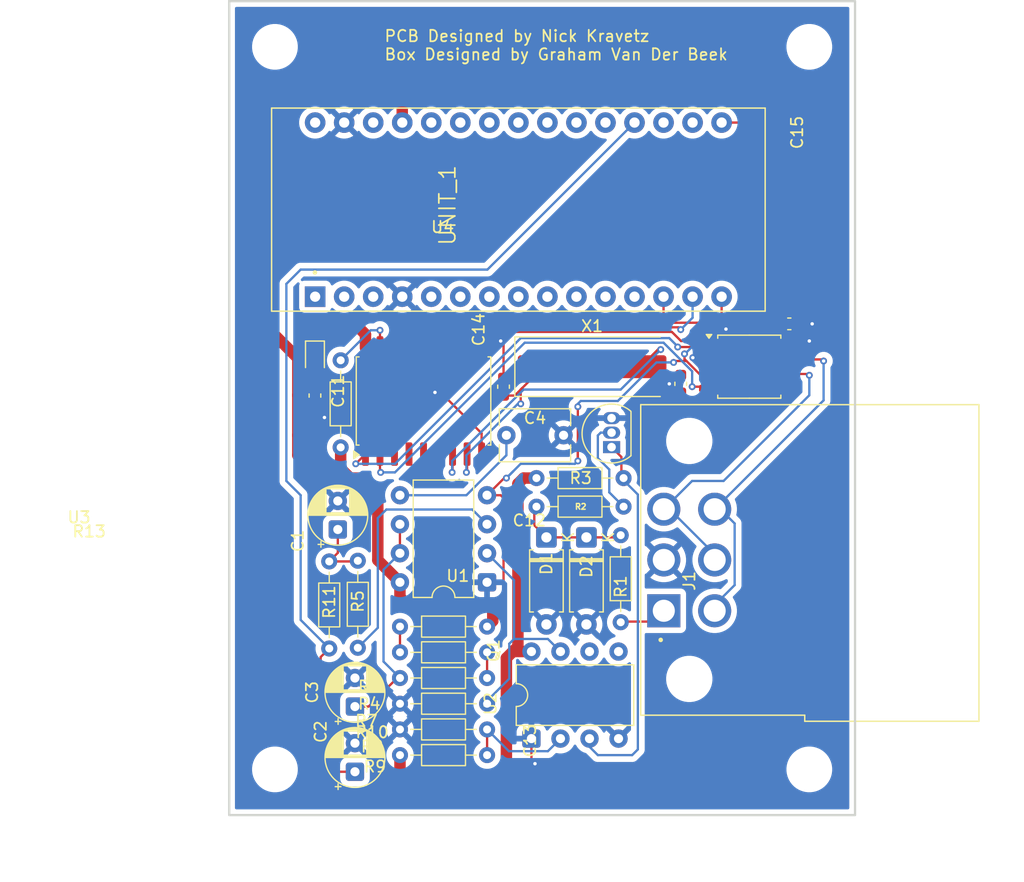
<source format=kicad_pcb>
(kicad_pcb (version 20241229) (generator "pcbnew") (generator_version "9.0")
  (layers (0 "F.Cu" signal) (2 "B.Cu" signal) (13 "F.Paste" user) (15 "B.Paste" user) (5 "F.SilkS" user "F.Silkscreen") (7 "B.SilkS" user "B.Silkscreen") (1 "F.Mask" user) (3 "B.Mask" user) (25 "Edge.Cuts" user))
  (net 0 "")
  (net 1 "GND")
  (net 2 "Net-(C1-Pad1)")
  (net 3 "arduino input")
  (net 4 "Net-(U1-DIS)")
  (net 5 "Net-(U1-CV)")
  (net 6 "Net-(D1-K)")
  (net 7 "Possitive")
  (net 8 "Comparator input")
  (net 9 "Net-(Q1-B)")
  (net 10 "Net-(R4-Pad1)")
  (net 11 "Net-(R4-Pad2)")
  (net 12 "555 output")
  (net 13 "+5v")
  (net 14 "555 input")
  (net 16 "Net-(U2-+)")
  (net 18 "CS")
  (net 19 "SCK")
  (net 20 "High")
  (net 21 "INT")
  (net 22 "Low")
  (net 23 "SO")
  (net 24 "SI")
  (net 25 "+5V")
  (net 29 "SDA")
  (net 35 "+3V")
  (net 46 "SCL")
  (net 47 "Net-(U3-OSC2)")
  (net 48 "Net-(U3-OSC1)")
  (net 49 "Net-(U3-~{RESET})")
  (net 52 "Net-(U3-RXCAN)")
  (net 55 "Net-(U3-TXCAN)")
  (footprint "0_Baja_2025:SHIELD_ARDUINO_NANO" (layer "F.Cu") (at 116.5475 81.5 90)
    (property "Reference" "UNIT_1" (at 0.38 -6.2 90) (layer "F.SilkS") (effects (font (size 1.4 1.4))))
    (property "Value" "ARDUINO_NANO")
    (pad "1" thru_hole rect (at -7.62 -17.78 90) (size 1.8 1.8) (drill 0.9) (layers "*.Cu" "*.Mask"))
    (pad "2" thru_hole circle (at -7.62 -15.24 90) (size 1.8 1.8) (drill 0.9) (layers "*.Cu" "*.Mask"))
    (pad "3" thru_hole circle (at -7.62 -12.7 90) (size 1.8 1.8) (drill 0.9) (layers "*.Cu" "*.Mask"))
    (pad "4" thru_hole circle (at -7.62 -10.16 90) (size 1.8 1.8) (drill 0.9) (layers "*.Cu" "*.Mask") (net 1 "GND"))
    (pad "5" thru_hole circle (at -7.62 -7.62 90) (size 1.8 1.8) (drill 0.9) (layers "*.Cu" "*.Mask"))
    (pad "6" thru_hole circle (at -7.62 -5.08 90) (size 1.8 1.8) (drill 0.9) (layers "*.Cu" "*.Mask"))
    (pad "7" thru_hole circle (at -7.62 -2.54 90) (size 1.8 1.8) (drill 0.9) (layers "*.Cu" "*.Mask"))
    (pad "8" thru_hole circle (at -7.62 0 90) (size 1.8 1.8) (drill 0.9) (layers "*.Cu" "*.Mask"))
    (pad "9" thru_hole circle (at -7.62 2.54 90) (size 1.8 1.8) (drill 0.9) (layers "*.Cu" "*.Mask"))
    (pad "10" thru_hole circle (at -7.62 5.08 90) (size 1.8 1.8) (drill 0.9) (layers "*.Cu" "*.Mask"))
    (pad "11" thru_hole circle (at -7.62 7.62 90) (size 1.8 1.8) (drill 0.9) (layers "*.Cu" "*.Mask"))
    (pad "12" thru_hole circle (at -7.62 10.16 90) (size 1.8 1.8) (drill 0.9) (layers "*.Cu" "*.Mask") (net 21 "INT"))
    (pad "13" thru_hole circle (at -7.62 12.7 90) (size 1.8 1.8) (drill 0.9) (layers "*.Cu" "*.Mask") (net 18 "CS"))
    (pad "14" thru_hole circle (at -7.62 15.24 90) (size 1.8 1.8) (drill 0.9) (layers "*.Cu" "*.Mask") (net 24 "SI"))
    (pad "15" thru_hole circle (at -7.62 17.78 90) (size 1.8 1.8) (drill 0.9) (layers "*.Cu" "*.Mask") (net 23 "SO"))
    (pad "16" thru_hole circle (at 7.62 17.78 90) (size 1.8 1.8) (drill 0.9) (layers "*.Cu" "*.Mask") (net 19 "SCK"))
    (pad "17" thru_hole circle (at 7.62 15.24 90) (size 1.8 1.8) (drill 0.9) (layers "*.Cu" "*.Mask") (net 35 "+3V"))
    (pad "18" thru_hole circle (at 7.62 12.7 90) (size 1.8 1.8) (drill 0.9) (layers "*.Cu" "*.Mask"))
    (pad "19" thru_hole circle (at 7.62 10.16 90) (size 1.8 1.8) (drill 0.9) (layers "*.Cu" "*.Mask") (net 3 "arduino input"))
    (pad "20" thru_hole circle (at 7.62 7.62 90) (size 1.8 1.8) (drill 0.9) (layers "*.Cu" "*.Mask"))
    (pad "21" thru_hole circle (at 7.62 5.08 90) (size 1.8 1.8) (drill 0.9) (layers "*.Cu" "*.Mask"))
    (pad "22" thru_hole circle (at 7.62 2.54 90) (size 1.8 1.8) (drill 0.9) (layers "*.Cu" "*.Mask"))
    (pad "23" thru_hole circle (at 7.62 0 90) (size 1.8 1.8) (drill 0.9) (layers "*.Cu" "*.Mask") (net 29 "SDA"))
    (pad "24" thru_hole circle (at 7.62 -2.54 90) (size 1.8 1.8) (drill 0.9) (layers "*.Cu" "*.Mask") (net 46 "SCL"))
    (pad "25" thru_hole circle (at 7.62 -5.08 90) (size 1.8 1.8) (drill 0.9) (layers "*.Cu" "*.Mask"))
    (pad "26" thru_hole circle (at 7.62 -7.62 90) (size 1.8 1.8) (drill 0.9) (layers "*.Cu" "*.Mask"))
    (pad "27" thru_hole circle (at 7.62 -10.16 90) (size 1.8 1.8) (drill 0.9) (layers "*.Cu" "*.Mask") (net 25 "+5V"))
    (pad "28" thru_hole circle (at 7.62 -12.7 90) (size 1.8 1.8) (drill 0.9) (layers "*.Cu" "*.Mask"))
    (pad "29" thru_hole circle (at 7.62 -15.24 90) (size 1.8 1.8) (drill 0.9) (layers "*.Cu" "*.Mask") (net 1 "GND"))
    (pad "30" thru_hole circle (at 7.62 -17.78 90) (size 1.8 1.8) (drill 0.9) (layers "*.Cu" "*.Mask"))
  )
  (footprint "Resistor_THT:R_Axial_DIN0204_L3.6mm_D1.6mm_P7.62mm_Horizontal" (layer "F.Cu") (at 106.19 129.25)
    (property "Reference" "R9" (at -2.19 1 0) (layer "F.SilkS"))
    (property "Value" "430")
    (pad "1" thru_hole circle (at 0 0) (size 1.4 1.4) (drill 0.7) (layers "*.Cu" "*.Mask") (net 13 "+5v"))
    (pad "2" thru_hole circle (at 7.62 0) (size 1.4 1.4) (drill 0.7) (layers "*.Cu" "*.Mask") (net 16 "Net-(U2-+)"))
  )
  (footprint "Package_SO:SOIC-18W_7.5x11.6mm_P1.27mm" (layer "F.Cu") (at 108.25 98.25 90)
    (property "Reference" "U3" (at -10.185 -30.135 0) (layer "F.SilkS"))
    (property "Value" "MCP2515-I")
    (pad "1" smd roundrect (at -4.65 -5.08 90) (size 2.05 0.6) (layers "F.Cu" "F.Mask" "F.Paste") (net 55 "Net-(U3-TXCAN)"))
    (pad "2" smd roundrect (at -4.65 -3.81 90) (size 2.05 0.6) (layers "F.Cu" "F.Mask" "F.Paste") (net 52 "Net-(U3-RXCAN)"))
    (pad "3" smd roundrect (at -4.65 -2.54 90) (size 2.05 0.6) (layers "F.Cu" "F.Mask" "F.Paste"))
    (pad "4" smd roundrect (at -4.65 -1.27 90) (size 2.05 0.6) (layers "F.Cu" "F.Mask" "F.Paste"))
    (pad "5" smd roundrect (at -4.65 0 90) (size 2.05 0.6) (layers "F.Cu" "F.Mask" "F.Paste"))
    (pad "6" smd roundrect (at -4.65 1.27 90) (size 2.05 0.6) (layers "F.Cu" "F.Mask" "F.Paste"))
    (pad "7" smd roundrect (at -4.65 2.54 90) (size 2.05 0.6) (layers "F.Cu" "F.Mask" "F.Paste") (net 47 "Net-(U3-OSC2)"))
    (pad "8" smd roundrect (at -4.65 3.81 90) (size 2.05 0.6) (layers "F.Cu" "F.Mask" "F.Paste") (net 48 "Net-(U3-OSC1)"))
    (pad "9" smd roundrect (at -4.65 5.08 90) (size 2.05 0.6) (layers "F.Cu" "F.Mask" "F.Paste") (net 1 "GND"))
    (pad "10" smd roundrect (at 4.65 5.08 90) (size 2.05 0.6) (layers "F.Cu" "F.Mask" "F.Paste"))
    (pad "11" smd roundrect (at 4.65 3.81 90) (size 2.05 0.6) (layers "F.Cu" "F.Mask" "F.Paste"))
    (pad "12" smd roundrect (at 4.65 2.54 90) (size 2.05 0.6) (layers "F.Cu" "F.Mask" "F.Paste"))
    (pad "13" smd roundrect (at 4.65 1.27 90) (size 2.05 0.6) (layers "F.Cu" "F.Mask" "F.Paste") (net 19 "SCK"))
    (pad "14" smd roundrect (at 4.65 0 90) (size 2.05 0.6) (layers "F.Cu" "F.Mask" "F.Paste") (net 24 "SI"))
    (pad "15" smd roundrect (at 4.65 -1.27 90) (size 2.05 0.6) (layers "F.Cu" "F.Mask" "F.Paste") (net 23 "SO"))
    (pad "16" smd roundrect (at 4.65 -2.54 90) (size 2.05 0.6) (layers "F.Cu" "F.Mask" "F.Paste") (net 18 "CS"))
    (pad "17" smd roundrect (at 4.65 -3.81 90) (size 2.05 0.6) (layers "F.Cu" "F.Mask" "F.Paste") (net 49 "Net-(U3-~{RESET})"))
    (pad "18" smd roundrect (at 4.65 -5.08 90) (size 2.05 0.6) (layers "F.Cu" "F.Mask" "F.Paste") (net 25 "+5V"))
  )
  (footprint "MountingHole:MountingHole_3.5mm" (layer "F.Cu") (at 142 130.5)
    (property "Reference" "REF**" (hide yes))
    (property "Value" "MountingHole_3.5mm")
    (pad "" np_thru_hole circle (at 0 0) (size 3.5 3.5) (drill 3.5) (layers "*.Cu" "*.Mask"))
  )
  (footprint "Resistor_THT:R_Axial_DIN0204_L3.6mm_D1.6mm_P7.62mm_Horizontal" (layer "F.Cu") (at 106.19 122.5)
    (property "Reference" "R7" (at -2.94 3.75 0) (layer "F.SilkS"))
    (property "Value" "2k")
    (pad "1" thru_hole circle (at 0 0) (size 1.4 1.4) (drill 0.7) (layers "*.Cu" "*.Mask") (net 4 "Net-(U1-DIS)"))
    (pad "2" thru_hole circle (at 7.62 0) (size 1.4 1.4) (drill 0.7) (layers "*.Cu" "*.Mask") (net 10 "Net-(R4-Pad1)"))
  )
  (footprint "Resistor_THT:R_Axial_DIN0204_L3.6mm_D1.6mm_P7.62mm_Horizontal" (layer "F.Cu") (at 118.13 107.5)
    (property "Reference" "R2" (at 3.87 0 0) (layer "F.SilkS") (effects (font (size 0.5 0.5) (thickness 0.125))))
    (property "Value" "470")
    (pad "1" thru_hole circle (at 0 0) (size 1.4 1.4) (drill 0.7) (layers "*.Cu" "*.Mask") (net 6 "Net-(D1-K)"))
    (pad "2" thru_hole circle (at 7.62 0) (size 1.4 1.4) (drill 0.7) (layers "*.Cu" "*.Mask") (net 9 "Net-(Q1-B)"))
  )
  (footprint "Capacitor_THT:CP_Radial_D5.0mm_P2.50mm" (layer "F.Cu") (at 102.25 125 90)
    (property "Reference" "C3" (at 1.25 -3.75 90) (layer "F.SilkS"))
    (property "Value" "10u")
    (pad "1" thru_hole roundrect (at 0 0 90) (size 1.6 1.6) (drill 0.8) (layers "*.Cu" "*.Mask") (roundrect_rratio 0.15625) (net 4 "Net-(U1-DIS)"))
    (pad "2" thru_hole circle (at 2.5 0 90) (size 1.6 1.6) (drill 0.8) (layers "*.Cu" "*.Mask") (net 1 "GND"))
  )
  (footprint "Package_DIP:DIP-8_W7.62mm" (layer "F.Cu") (at 113.805 114.12 180)
    (property "Reference" "U1" (at 2.555 0.56 0) (layer "F.SilkS"))
    (property "Value" "NE555P")
    (pad "1" thru_hole roundrect (at 0 0 180) (size 1.6 1.6) (drill 0.8) (layers "*.Cu" "*.Mask") (roundrect_rratio 0.15625) (net 1 "GND"))
    (pad "2" thru_hole circle (at 0 2.54 180) (size 1.6 1.6) (drill 0.8) (layers "*.Cu" "*.Mask") (net 14 "555 input"))
    (pad "3" thru_hole circle (at 0 5.08 180) (size 1.6 1.6) (drill 0.8) (layers "*.Cu" "*.Mask") (net 12 "555 output"))
    (pad "4" thru_hole circle (at 0 7.62 180) (size 1.6 1.6) (drill 0.8) (layers "*.Cu" "*.Mask") (net 25 "+5V"))
    (pad "5" thru_hole circle (at 7.62 7.62 180) (size 1.6 1.6) (drill 0.8) (layers "*.Cu" "*.Mask") (net 5 "Net-(U1-CV)"))
    (pad "6" thru_hole circle (at 7.62 5.08 180) (size 1.6 1.6) (drill 0.8) (layers "*.Cu" "*.Mask") (net 4 "Net-(U1-DIS)"))
    (pad "7" thru_hole circle (at 7.62 2.54 180) (size 1.6 1.6) (drill 0.8) (layers "*.Cu" "*.Mask") (net 4 "Net-(U1-DIS)"))
    (pad "8" thru_hole circle (at 7.62 0 180) (size 1.6 1.6) (drill 0.8) (layers "*.Cu" "*.Mask") (net 25 "+5V"))
  )
  (footprint "Capacitor_SMD:C_0603_1608Metric" (layer "F.Cu") (at 98.75 97.775 90)
    (property "Reference" "C12" (at -10.93 18.75 180) (layer "F.SilkS"))
    (property "Value" "100nF")
    (pad "1" smd roundrect (at -0.775 0 90) (size 0.9 0.95) (layers "F.Cu" "F.Mask" "F.Paste") (net 1 "GND"))
    (pad "2" smd roundrect (at 0.775 0 90) (size 0.9 0.95) (layers "F.Cu" "F.Mask" "F.Paste") (net 25 "+5V"))
  )
  (footprint "MountingHole:MountingHole_3.5mm" (layer "F.Cu") (at 142 67.25)
    (property "Reference" "REF**" (hide yes))
    (property "Value" "MountingHole_3.5mm")
    (pad "" np_thru_hole circle (at 0 0) (size 3.5 3.5) (drill 3.5) (layers "*.Cu" "*.Mask"))
  )
  (footprint "Package_TO_SOT_THT:TO-92L_Inline" (layer "F.Cu") (at 124.7 102.29 90)
    (property "Reference" "Q1" (at -17.81 -10.31 90) (layer "F.SilkS"))
    (property "Value" "NPN")
    (pad "1" thru_hole rect (at 0 0 90) (size 1.05 1.5) (drill 0.75) (layers "*.Cu" "*.Mask") (net 8 "Comparator input"))
    (pad "2" thru_hole oval (at 1.27 0 90) (size 1.05 1.5) (drill 0.75) (layers "*.Cu" "*.Mask") (net 9 "Net-(Q1-B)"))
    (pad "3" thru_hole oval (at 2.54 0 90) (size 1.05 1.5) (drill 0.75) (layers "*.Cu" "*.Mask") (net 1 "GND"))
  )
  (footprint "Crystal:Crystal_SMD_HC49-SD" (layer "F.Cu") (at 123 95.25)
    (property "Reference" "X1" (at 0 -3.55 0) (layer "F.SilkS"))
    (property "Value" "8MHz")
    (pad "1" smd roundrect (at -4.25 0) (size 4.5 2) (layers "F.Cu" "F.Mask" "F.Paste") (roundrect_rratio 0.125) (net 48 "Net-(U3-OSC1)"))
    (pad "2" smd roundrect (at 4.25 0) (size 4.5 2) (layers "F.Cu" "F.Mask" "F.Paste") (roundrect_rratio 0.125) (net 47 "Net-(U3-OSC2)"))
  )
  (footprint "Diode_THT:D_A-405_P7.62mm_Horizontal" (layer "F.Cu") (at 119 110.19 -90)
    (property "Reference" "D1" (at 2.31 0 90) (layer "F.SilkS"))
    (property "Value" "~")
    (fp_text user "K" (at 0 -1.9 90) (layer "F.SilkS"))
    (pad "1" thru_hole roundrect (at 0 0 270) (size 1.8 1.8) (drill 0.9) (layers "*.Cu" "*.Mask") (roundrect_rratio 0.138889) (net 6 "Net-(D1-K)"))
    (pad "2" thru_hole circle (at 7.62 0 270) (size 1.8 1.8) (drill 0.9) (layers "*.Cu" "*.Mask") (net 1 "GND"))
  )
  (footprint "Resistor_THT:R_Axial_DIN0204_L3.6mm_D1.6mm_P7.62mm_Horizontal" (layer "F.Cu") (at 113.81 124.75 180)
    (property "Reference" "R10" (at 10.06 -2.5 180) (layer "F.SilkS"))
    (property "Value" "10k")
    (pad "1" thru_hole circle (at 0 0 180) (size 1.4 1.4) (drill 0.7) (layers "*.Cu" "*.Mask") (net 14 "555 input"))
    (pad "2" thru_hole circle (at 7.62 0 180) (size 1.4 1.4) (drill 0.7) (layers "*.Cu" "*.Mask") (net 1 "GND"))
  )
  (footprint "Resistor_THT:R_Axial_DIN0204_L3.6mm_D1.6mm_P7.62mm_Horizontal" (layer "F.Cu") (at 100 112.294887 -90)
    (property "Reference" "R11" (at 3.56 0 90) (layer "F.SilkS"))
    (property "Value" "10k")
    (pad "1" thru_hole circle (at 0 0 270) (size 1.4 1.4) (drill 0.7) (layers "*.Cu" "*.Mask") (net 2 "Net-(C1-Pad1)"))
    (pad "2" thru_hole circle (at 7.62 0 270) (size 1.4 1.4) (drill 0.7) (layers "*.Cu" "*.Mask") (net 3 "arduino input"))
  )
  (footprint "Resistor_THT:R_Axial_DIN0204_L3.6mm_D1.6mm_P7.62mm_Horizontal" (layer "F.Cu") (at 101 102.31 90)
    (property "Reference" "R13" (at -7.36 -22 180) (layer "F.SilkS"))
    (property "Value" "10k")
    (pad "1" thru_hole circle (at 0 0 90) (size 1.4 1.4) (drill 0.7) (layers "*.Cu" "*.Mask") (net 25 "+5V"))
    (pad "2" thru_hole circle (at 7.62 0 90) (size 1.4 1.4) (drill 0.7) (layers "*.Cu" "*.Mask") (net 49 "Net-(U3-~{RESET})"))
  )
  (footprint "Capacitor_Tantalum_SMD:CP_EIA-1608-08_AVX-J" (layer "F.Cu") (at 98.75 94.525 -90)
    (property "Reference" "C11" (at 2.87 -2.025 90) (layer "F.SilkS"))
    (property "Value" "10uF/16V")
    (pad "1" smd roundrect (at -0.715 0 270) (size 1.09 1.13) (layers "F.Cu" "F.Mask" "F.Paste") (roundrect_rratio 0.229358) (net 25 "+5V"))
    (pad "2" smd roundrect (at 0.715 0 270) (size 1.09 1.13) (layers "F.Cu" "F.Mask" "F.Paste") (roundrect_rratio 0.229358) (net 1 "GND"))
  )
  (footprint "Resistor_THT:R_Axial_DIN0204_L3.6mm_D1.6mm_P7.62mm_Horizontal" (layer "F.Cu") (at 106.19 118)
    (property "Reference" "R6" (at -2.69 5.25 0) (layer "F.SilkS"))
    (property "Value" "430")
    (pad "1" thru_hole circle (at 0 0) (size 1.4 1.4) (drill 0.7) (layers "*.Cu" "*.Mask") (net 11 "Net-(R4-Pad2)"))
    (pad "2" thru_hole circle (at 7.62 0) (size 1.4 1.4) (drill 0.7) (layers "*.Cu" "*.Mask") (net 25 "+5V"))
  )
  (footprint "0_Baja_2025:TE_DTF13-6P" (layer "F.Cu") (at 131.5 112.165 90)
    (property "Reference" "J1" (at -1.835 0 90) (layer "F.SilkS"))
    (property "Value" "DTF13-6P")
    (pad "" np_thru_hole circle (at -10.415 0 90) (size 3.55 3.55) (drill 3.55) (layers "*.Cu" "*.Mask"))
    (pad "" np_thru_hole circle (at 10.415 0 90) (size 3.55 3.55) (drill 3.55) (layers "*.Cu" "*.Mask"))
    (pad "1" thru_hole rect (at -4.45 -2.23 90) (size 2.895 2.895) (drill 1.93) (layers "*.Cu" "*.Mask") (net 7 "Possitive"))
    (pad "2" thru_hole circle (at 0 -2.23 90) (size 2.895 2.895) (drill 1.93) (layers "*.Cu" "*.Mask") (net 1 "GND"))
    (pad "3" thru_hole circle (at 4.44 -2.23 90) (size 2.895 2.895) (drill 1.93) (layers "*.Cu" "*.Mask") (net 22 "Low"))
    (pad "4" thru_hole circle (at 4.44 2.22 90) (size 2.895 2.895) (drill 1.93) (layers "*.Cu" "*.Mask") (net 20 "High"))
    (pad "5" thru_hole circle (at 0 2.22 90) (size 2.895 2.895) (drill 1.93) (layers "*.Cu" "*.Mask") (net 22 "Low"))
    (pad "6" thru_hole circle (at -4.45 2.22 90) (size 2.895 2.895) (drill 1.93) (layers "*.Cu" "*.Mask") (net 20 "High"))
  )
  (footprint "MountingHole:MountingHole_3.5mm" (layer "F.Cu") (at 95.25 130.5)
    (property "Reference" "REF**" (hide yes))
    (property "Value" "MountingHole_3.5mm")
    (pad "" np_thru_hole circle (at 0 0) (size 3.5 3.5) (drill 3.5) (layers "*.Cu" "*.Mask"))
  )
  (footprint "Package_DIP:DIP-8_W7.62mm" (layer "F.Cu") (at 117.69 127.805 90)
    (property "Reference" "U2" (at 3.06 -3.58 90) (layer "F.SilkS"))
    (property "Value" "LM311")
    (pad "1" thru_hole roundrect (at 0 0 90) (size 1.6 1.6) (drill 0.8) (layers "*.Cu" "*.Mask") (roundrect_rratio 0.15625) (net 1 "GND"))
    (pad "2" thru_hole circle (at 0 2.54 90) (size 1.6 1.6) (drill 0.8) (layers "*.Cu" "*.Mask") (net 16 "Net-(U2-+)"))
    (pad "3" thru_hole circle (at 0 5.08 90) (size 1.6 1.6) (drill 0.8) (layers "*.Cu" "*.Mask") (net 8 "Comparator input"))
    (pad "4" thru_hole circle (at 0 7.62 90) (size 1.6 1.6) (drill 0.8) (layers "*.Cu" "*.Mask") (net 1 "GND"))
    (pad "5" thru_hole circle (at 7.62 7.62 90) (size 1.6 1.6) (drill 0.8) (layers "*.Cu" "*.Mask"))
    (pad "6" thru_hole circle (at 7.62 5.08 90) (size 1.6 1.6) (drill 0.8) (layers "*.Cu" "*.Mask"))
    (pad "7" thru_hole circle (at 7.62 2.54 90) (size 1.6 1.6) (drill 0.8) (layers "*.Cu" "*.Mask") (net 14 "555 input"))
    (pad "8" thru_hole circle (at 7.62 0 90) (size 1.6 1.6) (drill 0.8) (layers "*.Cu" "*.Mask") (net 13 "+5v"))
  )
  (footprint "Capacitor_THT:CP_Radial_D5.0mm_P2.50mm" (layer "F.Cu") (at 102.25 130.705113 90)
    (property "Reference" "C2" (at 3.5 -3 90) (layer "F.SilkS"))
    (property "Value" "10u")
    (pad "1" thru_hole roundrect (at 0 0 90) (size 1.6 1.6) (drill 0.8) (layers "*.Cu" "*.Mask") (roundrect_rratio 0.15625) (net 3 "arduino input"))
    (pad "2" thru_hole circle (at 2.5 0 90) (size 1.6 1.6) (drill 0.8) (layers "*.Cu" "*.Mask") (net 1 "GND"))
  )
  (footprint "Resistor_THT:R_Axial_DIN0204_L3.6mm_D1.6mm_P7.62mm_Horizontal" (layer "F.Cu") (at 113.81 120.25 180)
    (property "Reference" "R4" (at 10.31 -4.5 0) (layer "F.SilkS"))
    (property "Value" "430")
    (pad "1" thru_hole circle (at 0 0 180) (size 1.4 1.4) (drill 0.7) (layers "*.Cu" "*.Mask") (net 10 "Net-(R4-Pad1)"))
    (pad "2" thru_hole circle (at 7.62 0 180) (size 1.4 1.4) (drill 0.7) (layers "*.Cu" "*.Mask") (net 11 "Net-(R4-Pad2)"))
  )
  (footprint "Resistor_THT:R_Axial_DIN0204_L3.6mm_D1.6mm_P7.62mm_Horizontal" (layer "F.Cu") (at 102.5 119.854887 90)
    (property "Reference" "R5" (at 4.06 0 90) (layer "F.SilkS"))
    (property "Value" "10k")
    (pad "1" thru_hole circle (at 0 0 90) (size 1.4 1.4) (drill 0.7) (layers "*.Cu" "*.Mask") (net 12 "555 output"))
    (pad "2" thru_hole circle (at 7.62 0 90) (size 1.4 1.4) (drill 0.7) (layers "*.Cu" "*.Mask") (net 2 "Net-(C1-Pad1)"))
  )
  (footprint "Resistor_THT:R_Axial_DIN0204_L3.6mm_D1.6mm_P7.62mm_Horizontal" (layer "F.Cu") (at 125.5 117.62 90)
    (property "Reference" "R1" (at 3.12 0 90) (layer "F.SilkS"))
    (property "Value" "10")
    (pad "1" thru_hole circle (at 0 0 90) (size 1.4 1.4) (drill 0.7) (layers "*.Cu" "*.Mask") (net 7 "Possitive"))
    (pad "2" thru_hole circle (at 7.62 0 90) (size 1.4 1.4) (drill 0.7) (layers "*.Cu" "*.Mask") (net 6 "Net-(D1-K)"))
  )
  (footprint "Capacitor_SMD:C_0603_1608Metric" (layer "F.Cu") (at 115.25 97 90)
    (property "Reference" "C14" (at 5 -2.18 90) (layer "F.SilkS"))
    (property "Value" "22pF")
    (pad "1" smd roundrect (at -0.775 0 90) (size 0.9 0.95) (layers "F.Cu" "F.Mask" "F.Paste") (net 48 "Net-(U3-OSC1)"))
    (pad "2" smd roundrect (at 0.775 0 90) (size 0.9 0.95) (layers "F.Cu" "F.Mask" "F.Paste") (net 1 "GND"))
  )
  (footprint "Capacitor_SMD:C_0603_1608Metric" (layer "F.Cu") (at 130.75 96.75 90)
    (property "Reference" "C13" (at -31.25 -13.18 90) (layer "F.SilkS"))
    (property "Value" "22pF")
    (pad "1" smd roundrect (at -0.775 0 90) (size 0.9 0.95) (layers "F.Cu" "F.Mask" "F.Paste") (net 47 "Net-(U3-OSC2)"))
    (pad "2" smd roundrect (at 0.775 0 90) (size 0.9 0.95) (layers "F.Cu" "F.Mask" "F.Paste") (net 1 "GND"))
  )
  (footprint "Resistor_THT:R_Axial_DIN0204_L3.6mm_D1.6mm_P7.62mm_Horizontal" (layer "F.Cu") (at 118.13 105)
    (property "Reference" "R3" (at 3.87 0 0) (layer "F.SilkS"))
    (property "Value" "1k")
    (pad "1" thru_hole circle (at 0 0) (size 1.4 1.4) (drill 0.7) (layers "*.Cu" "*.Mask") (net 13 "+5v"))
    (pad "2" thru_hole circle (at 7.62 0) (size 1.4 1.4) (drill 0.7) (layers "*.Cu" "*.Mask") (net 8 "Comparator input"))
  )
  (footprint "Diode_THT:D_A-405_P7.62mm_Horizontal" (layer "F.Cu") (at 122.5 110.19 -90)
    (property "Reference" "D2" (at 2.56 0 90) (layer "F.SilkS"))
    (property "Value" "D")
    (fp_text user "K" (at 0 -1.9 90) (layer "F.SilkS"))
    (pad "1" thru_hole roundrect (at 0 0 270) (size 1.8 1.8) (drill 0.9) (layers "*.Cu" "*.Mask") (roundrect_rratio 0.138889) (net 6 "Net-(D1-K)"))
    (pad "2" thru_hole circle (at 7.62 0 270) (size 1.8 1.8) (drill 0.9) (layers "*.Cu" "*.Mask") (net 1 "GND"))
  )
  (footprint "Capacitor_THT:C_Disc_D6.0mm_W4.4mm_P5.00mm" (layer "F.Cu") (at 115.5 101.25)
    (property "Reference" "C4" (at 2.5 -1.5 0) (layer "F.SilkS"))
    (property "Value" "C")
    (pad "1" thru_hole circle (at 0 0) (size 1.6 1.6) (drill 0.8) (layers "*.Cu" "*.Mask") (net 5 "Net-(U1-CV)"))
    (pad "2" thru_hole circle (at 5 0) (size 1.6 1.6) (drill 0.8) (layers "*.Cu" "*.Mask") (net 1 "GND"))
  )
  (footprint "Package_SO:SOIC-8_5.3x5.3mm_P1.27mm" (layer "F.Cu") (at 136.75 95.25)
    (property "Reference" "U4" (at -26.83 -12.225 0) (layer "F.SilkS"))
    (property "Value" "TJA1050DRG")
    (pad "1" smd roundrect (at -3.5875 -1.905) (size 1.625 0.65) (layers "F.Cu" "F.Mask" "F.Paste") (net 55 "Net-(U3-TXCAN)"))
    (pad "2" smd roundrect (at -3.5875 -0.635) (size 1.625 0.65) (layers "F.Cu" "F.Mask" "F.Paste") (net 1 "GND"))
    (pad "3" smd roundrect (at -3.5875 0.635) (size 1.625 0.65) (layers "F.Cu" "F.Mask" "F.Paste") (net 25 "+5V"))
    (pad "4" smd roundrect (at -3.5875 1.905) (size 1.625 0.65) (layers "F.Cu" "F.Mask" "F.Paste") (net 52 "Net-(U3-RXCAN)"))
    (pad "5" smd roundrect (at 3.5875 1.905) (size 1.625 0.65) (layers "F.Cu" "F.Mask" "F.Paste"))
    (pad "6" smd roundrect (at 3.5875 0.635) (size 1.625 0.65) (layers "F.Cu" "F.Mask" "F.Paste") (net 22 "Low"))
    (pad "7" smd roundrect (at 3.5875 -0.635) (size 1.625 0.65) (layers "F.Cu" "F.Mask" "F.Paste") (net 20 "High"))
    (pad "8" smd roundrect (at 3.5875 -1.905) (size 1.625 0.65) (layers "F.Cu" "F.Mask" "F.Paste") (net 1 "GND"))
  )
  (footprint "Capacitor_SMD:C_0603_1608Metric" (layer "F.Cu") (at 140.25 91.5 180)
    (property "Reference" "C15" (at -0.68 16.75 90) (layer "F.SilkS"))
    (property "Value" "100nF")
    (pad "1" smd roundrect (at -0.775 0 180) (size 0.9 0.95) (layers "F.Cu" "F.Mask" "F.Paste") (net 1 "GND"))
    (pad "2" smd roundrect (at 0.775 0 180) (size 0.9 0.95) (layers "F.Cu" "F.Mask" "F.Paste") (net 25 "+5V"))
  )
  (footprint "Capacitor_THT:CP_Radial_D5.0mm_P2.50mm" (layer "F.Cu") (at 100.75 109.5 90)
    (property "Reference" "C1" (at -1 -3.5 90) (layer "F.SilkS"))
    (property "Value" "10u")
    (pad "1" thru_hole roundrect (at 0 0 90) (size 1.6 1.6) (drill 0.8) (layers "*.Cu" "*.Mask") (roundrect_rratio 0.15625) (net 2 "Net-(C1-Pad1)"))
    (pad "2" thru_hole circle (at 2.5 0 90) (size 1.6 1.6) (drill 0.8) (layers "*.Cu" "*.Mask") (net 1 "GND"))
  )
  (footprint "MountingHole:MountingHole_3.5mm" (layer "F.Cu") (at 95.25 67.25)
    (property "Reference" "REF**" (hide yes))
    (property "Value" "MountingHole_3.5mm")
    (pad "" np_thru_hole circle (at 0 0) (size 3.5 3.5) (drill 3.5) (layers "*.Cu" "*.Mask"))
  )
  (footprint "Resistor_THT:R_Axial_DIN0204_L3.6mm_D1.6mm_P7.62mm_Horizontal" (layer "F.Cu") (at 106.19 127)
    (property "Reference" "R8" (at -2.44 1.5 0) (layer "F.SilkS"))
    (property "Value" "430")
    (pad "1" thru_hole circle (at 0 0) (size 1.4 1.4) (drill 0.7) (layers "*.Cu" "*.Mask") (net 1 "GND"))
    (pad "2" thru_hole circle (at 7.62 0) (size 1.4 1.4) (drill 0.7) (layers "*.Cu" "*.Mask") (net 16 "Net-(U2-+)"))
  )
  (gr_rect (start 91.25 63.25) (end 146 134.5) (stroke (width 0.2)) (fill no) (layer "Edge.Cuts"))
  (gr_text "PCB Designed by Nick Kravetz\nBox Designed by Graham Van Der Beek" (at 104.75 68.5 0) (layer "F.SilkS") (effects (font (size 1 1)) (justify left bottom)))
  (segment (start 99.52735 99.75) (end 99.582051 99.695299) (width 0.2) (layer "F.Cu") (net 1))
  (segment (start 131.865 94.615) (end 131.75 94.5) (width 0.2) (layer "F.Cu") (net 1))
  (segment (start 99.5 99.75) (end 99.52735 99.75) (width 0.2) (layer "F.Cu") (net 1))
  (segment (start 141.655 93.345) (end 142 93) (width 0.2) (layer "F.Cu") (net 1))
  (segment (start 98.99 95.24) (end 99.75 96) (width 0.2) (layer "F.Cu") (net 1))
  (segment (start 117.69 129.69) (end 118 130) (width 0.2) (layer "F.Cu") (net 1))
  (segment (start 109.25 97.5) (end 109.75 97.5) (width 0.2) (layer "F.Cu") (net 1))
  (segment (start 141.025 91.5) (end 142.25 91.5) (width 0.2) (layer "F.Cu") (net 1))
  (segment (start 98.75 98.55) (end 98.75 99) (width 0.2) (layer "F.Cu") (net 1))
  (segment (start 130.75 95.975) (end 130.525 95.975) (width 0.2) (layer "F.Cu") (net 1))
  (segment (start 130.525 95.975) (end 129.75 96.75) (width 0.2) (layer "F.Cu") (net 1))
  (segment (start 117.69 127.805) (end 117.69 129.69) (width 0.2) (layer "F.Cu") (net 1))
  (segment (start 99.75 97.55) (end 98.75 98.55) (width 0.2) (layer "F.Cu") (net 1))
  (segment (start 131.790101 94.459899) (end 131.808429 94.459899) (width 0.2) (layer "F.Cu") (net 1))
  (segment (start 113.33 101.08) (end 113.33 102.9) (width 0.2) (layer "F.Cu") (net 1))
  (segment (start 131.75 94.5) (end 131.790101 94.459899) (width 0.2) (layer "F.Cu") (net 1))
  (segment (start 115.25 93.25) (end 115 93) (width 0.2) (layer "F.Cu") (net 1))
  (segment (start 133.1625 94.615) (end 131.865 94.615) (width 0.2) (layer "F.Cu") (net 1))
  (segment (start 98.75 95.24) (end 98.99 95.24) (width 0.2) (layer "F.Cu") (net 1))
  (segment (start 115.25 96.225) (end 115.25 93.25) (width 0.2) (layer "F.Cu") (net 1))
  (segment (start 140.3375 93.345) (end 141.655 93.345) (width 0.2) (layer "F.Cu") (net 1))
  (segment (start 115 93) (end 115.200735 93.200735) (width 0.2) (layer "F.Cu") (net 1))
  (segment (start 98.75 99) (end 99.5 99.75) (width 0.2) (layer "F.Cu") (net 1))
  (segment (start 109.75 97.5) (end 113.33 101.08) (width 0.2) (layer "F.Cu") (net 1))
  (segment (start 99.75 96) (end 99.75 97.55) (width 0.2) (layer "F.Cu") (net 1))
  (via (at 142 93) (size 0.6) (drill 0.3) (layers "F.Cu" "B.Cu") (net 1))
  (via (at 131.808429 94.459899) (size 0.6) (drill 0.3) (layers "F.Cu" "B.Cu") (net 1))
  (via (at 129.75 96.75) (size 0.6) (drill 0.3) (layers "F.Cu" "B.Cu") (net 1))
  (via (at 118 130) (size 0.6) (drill 0.3) (layers "F.Cu" "B.Cu") (net 1))
  (via (at 142.25 91.5) (size 0.6) (drill 0.3) (layers "F.Cu" "B.Cu") (net 1))
  (via (at 115 93) (size 0.6) (drill 0.3) (layers "F.Cu" "B.Cu") (net 1))
  (via (at 99.582051 99.695299) (size 0.6) (drill 0.3) (layers "F.Cu" "B.Cu") (net 1))
  (via (at 109.25 97.5) (size 0.6) (drill 0.3) (layers "F.Cu" "B.Cu") (net 1))
  (segment (start 100.75 109.5) (end 100.75 111.544887) (width 0.2) (layer "F.Cu") (net 2))
  (segment (start 100.75 111.544887) (end 100 112.294887) (width 0.2) (layer "F.Cu") (net 2))
  (segment (start 102.44 112.294887) (end 102.5 112.234887) (width 0.2) (layer "F.Cu") (net 2))
  (segment (start 100 112.294887) (end 102.44 112.294887) (width 0.2) (layer "F.Cu") (net 2))
  (segment (start 102.25 130.705113) (end 99.705113 130.705113) (width 0.2) (layer "F.Cu") (net 3))
  (segment (start 99.705113 130.705113) (end 99.25 130.25) (width 0.2) (layer "F.Cu") (net 3))
  (segment (start 99.25 130.25) (end 99.25 120.664887) (width 0.2) (layer "F.Cu") (net 3))
  (segment (start 99.25 120.664887) (end 100 119.914887) (width 0.2) (layer "F.Cu") (net 3))
  (segment (start 97.5 117.414887) (end 100 119.914887) (width 0.2) (layer "B.Cu") (net 3))
  (segment (start 113.8375 86.75) (end 97.5 86.75) (width 0.2) (layer "B.Cu") (net 3))
  (segment (start 126.7075 73.88) (end 113.8375 86.75) (width 0.2) (layer "B.Cu") (net 3))
  (segment (start 97.5 86.75) (end 96.25 88) (width 0.2) (layer "B.Cu") (net 3))
  (segment (start 96.25 105.25) (end 97.5 106.5) (width 0.2) (layer "B.Cu") (net 3))
  (segment (start 96.25 88) (end 96.25 105.25) (width 0.2) (layer "B.Cu") (net 3))
  (segment (start 97.5 106.5) (end 97.5 117.414887) (width 0.2) (layer "B.Cu") (net 3))
  (segment (start 106.185 109.48) (end 106.185 111.58) (width 0.2) (layer "F.Cu") (net 4))
  (segment (start 106.19 122.5) (end 105.94 122.5) (width 0.2) (layer "F.Cu") (net 4))
  (segment (start 103.44 125) (end 102.25 125) (width 0.2) (layer "F.Cu") (net 4))
  (segment (start 105.94 122.5) (end 103.44 125) (width 0.2) (layer "F.Cu") (net 4))
  (segment (start 104.75 113.015) (end 104.75 121.06) (width 0.2) (layer "B.Cu") (net 4))
  (segment (start 106.185 111.58) (end 104.75 113.015) (width 0.2) (layer "B.Cu") (net 4))
  (segment (start 105.94 122.25) (end 106.19 122.25) (width 0.2) (layer "B.Cu") (net 4))
  (segment (start 104.75 121.06) (end 105.94 122.25) (width 0.2) (layer "B.Cu") (net 4))
  (segment (start 115.5 103) (end 115.5 101.25) (width 0.2) (layer "B.Cu") (net 5))
  (segment (start 115.5 100.75) (end 115.5 101.25) (width 0.2) (layer "B.Cu") (net 5))
  (segment (start 106.185 106.5) (end 112 106.5) (width 0.2) (layer "B.Cu") (net 5))
  (segment (start 112 106.5) (end 115.5 103) (width 0.2) (layer "B.Cu") (net 5))
  (segment (start 125.5 110) (end 125.5 109.94) (width 0.2) (layer "F.Cu") (net 6))
  (segment (start 119 110.19) (end 122.5 110.19) (width 0.2) (layer "F.Cu") (net 6))
  (segment (start 117.94 107.5) (end 117.94 109.13) (width 0.2) (layer "F.Cu") (net 6))
  (segment (start 122.5 110.19) (end 125.31 110.19) (width 0.2) (layer "F.Cu") (net 6))
  (segment (start 125.31 110.19) (end 125.5 110) (width 0.2) (layer "F.Cu") (net 6))
  (segment (start 117.94 109.13) (end 119 110.19) (width 0.2) (layer "F.Cu") (net 6))
  (segment (start 125.5 117.56) (end 128.325 117.56) (width 0.2) (layer "F.Cu") (net 7))
  (segment (start 128.325 117.56) (end 129.27 116.615) (width 0.2) (layer "F.Cu") (net 7))
  (segment (start 129.27 116.615) (end 129.27 116.115) (width 0.2) (layer "F.Cu") (net 7))
  (segment (start 125.56 103.15) (end 124.7 102.29) (width 0.2) (layer "F.Cu") (net 8))
  (segment (start 124.7 102.29) (end 124.7 101.95) (width 0.2) (layer "F.Cu") (net 8))
  (segment (start 125.56 105) (end 125.56 103.15) (width 0.2) (layer "F.Cu") (net 8))
  (segment (start 127 128.75) (end 126.5 129.25) (width 0.2) (layer "B.Cu") (net 8))
  (segment (start 123.5 129.25) (end 122.77 128.52) (width 0.2) (layer "B.Cu") (net 8))
  (segment (start 126.5 129.25) (end 123.5 129.25) (width 0.2) (layer "B.Cu") (net 8))
  (segment (start 122.77 128.52) (end 122.77 127.805) (width 0.2) (layer "B.Cu") (net 8))
  (segment (start 127 106.44) (end 127 128.75) (width 0.2) (layer "B.Cu") (net 8))
  (segment (start 125.56 105) (end 127 106.44) (width 0.2) (layer "B.Cu") (net 8))
  (segment (start 123.5 101.27) (end 123.75 101.02) (width 0.2) (layer "B.Cu") (net 9))
  (segment (start 124.5 104.25) (end 123.5 103.25) (width 0.2) (layer "B.Cu") (net 9))
  (segment (start 123.5 103.25) (end 123.5 101.27) (width 0.2) (layer "B.Cu") (net 9))
  (segment (start 125.75 107.5) (end 124.5 106.25) (width 0.2) (layer "B.Cu") (net 9))
  (segment (start 124.5 106.25) (end 124.5 104.25) (width 0.2) (layer "B.Cu") (net 9))
  (segment (start 123.75 101.02) (end 124.7 101.02) (width 0.2) (layer "B.Cu") (net 9))
  (segment (start 113.81 120.25) (end 113.81 122.5) (width 0.2) (layer "F.Cu") (net 10))
  (segment (start 106.19 120.25) (end 106.19 117.75) (width 0.2) (layer "F.Cu") (net 11))
  (segment (start 104.25 108.5) (end 105 107.75) (width 0.2) (layer "B.Cu") (net 12))
  (segment (start 102.5 119.854887) (end 104.25 118.104887) (width 0.2) (layer "B.Cu") (net 12))
  (segment (start 112.515 107.75) (end 113.805 109.04) (width 0.2) (layer "B.Cu") (net 12))
  (segment (start 105 107.75) (end 112.515 107.75) (width 0.2) (layer "B.Cu") (net 12))
  (segment (start 104.25 118.104887) (end 104.25 108.5) (width 0.2) (layer "B.Cu") (net 12))
  (segment (start 116.065 120.185) (end 117.69 120.185) (width 1) (layer "F.Cu") (net 13))
  (segment (start 114.5 131) (end 115.5 130) (width 1) (layer "F.Cu") (net 13))
  (segment (start 118.13 105) (end 117 105) (width 1) (layer "F.Cu") (net 13))
  (segment (start 116.507 106.999999) (end 116.506999 119.743001) (width 1) (layer "F.Cu") (net 13))
  (segment (start 116.506999 119.743001) (end 116.065 120.185) (width 1) (layer "F.Cu") (net 13))
  (segment (start 116.506999 105.493001) (end 116.507 106.999999) (width 1) (layer "F.Cu") (net 13))
  (segment (start 115.5 130) (end 115.5 120.75) (width 1) (layer "F.Cu") (net 13))
  (segment (start 117 105) (end 116.506999 105.493001) (width 1) (layer "F.Cu") (net 13))
  (segment (start 106.19 129.25) (end 106.19 130.69) (width 1) (layer "F.Cu") (net 13))
  (segment (start 115.5 120.75) (end 116.065 120.185) (width 1) (layer "F.Cu") (net 13))
  (segment (start 106.5 131) (end 114.5 131) (width 1) (layer "F.Cu") (net 13))
  (segment (start 106.19 130.69) (end 106.5 131) (width 1) (layer "F.Cu") (net 13))
  (segment (start 116.166 113.941) (end 116.166 119.084) (width 0.2) (layer "B.Cu") (net 14))
  (segment (start 119.129 119.084) (end 116.166 119.084) (width 0.2) (layer "B.Cu") (net 14))
  (segment (start 113.81 124.5) (end 113.81 124.75) (width 0.2) (layer "B.Cu") (net 14))
  (segment (start 113.805 111.58) (end 116.166 113.941) (width 0.2) (layer "B.Cu") (net 14))
  (segment (start 115.75 119.5) (end 115.75 122.56) (width 0.2) (layer "B.Cu") (net 14))
  (segment (start 120.23 120.185) (end 119.129 119.084) (width 0.2) (layer "B.Cu") (net 14))
  (segment (start 116.166 119.084) (end 115.75 119.5) (width 0.2) (layer "B.Cu") (net 14))
  (segment (start 115.75 122.56) (end 113.81 124.5) (width 0.2) (layer "B.Cu") (net 14))
  (segment (start 113.81 127) (end 113.81 129.25) (width 0.2) (layer "F.Cu") (net 16))
  (segment (start 113.81 127) (end 115.716 128.906) (width 0.2) (layer "B.Cu") (net 16))
  (segment (start 119.129 128.906) (end 120.23 127.805) (width 0.2) (layer "B.Cu") (net 16))
  (segment (start 115.716 128.906) (end 119.129 128.906) (width 0.2) (layer "B.Cu") (net 16))
  (segment (start 113.81 126.75) (end 113.81 127) (width 0.2) (layer "B.Cu") (net 16))
  (segment (start 129 91) (end 129.2475 90.7525) (width 0.2) (layer "F.Cu") (net 18))
  (segment (start 105.71 93.6) (end 105.71 91.79) (width 0.2) (layer "F.Cu") (net 18))
  (segment (start 105.71 91.79) (end 106.5 91) (width 0.2) (layer "F.Cu") (net 18))
  (segment (start 106.5 91) (end 129 91) (width 0.2) (layer "F.Cu") (net 18))
  (segment (start 129.2475 90.7525) (end 129.2475 89.12) (width 0.2) (layer "F.Cu") (net 18))
  (segment (start 138.38 73.88) (end 134.3275 73.88) (width 0.2) (layer "F.Cu") (net 19))
  (segment (start 138.25 91) (end 140.75 88.5) (width 0.2) (layer "F.Cu") (net 19))
  (segment (start 132.198 91.802) (end 134.0151 91.802) (width 0.2) (layer "F.Cu") (net 19))
  (segment (start 140.75 88.5) (end 140.75 76.25) (width 0.2) (layer "F.Cu") (net 19))
  (segment (start 109.52 92.433) (end 109.75 92.203) (width 0.2) (layer "F.Cu") (net 19))
  (segment (start 109.75 92.203) (end 129.9765 92.203) (width 0.2) (layer "F.Cu") (net 19))
  (segment (start 134.8171 91) (end 138.25 91) (width 0.2) (layer "F.Cu") (net 19))
  (segment (start 130.7735 93) (end 131 93) (width 0.2) (layer "F.Cu") (net 19))
  (segment (start 140.75 76.25) (end 138.38 73.88) (width 0.2) (layer "F.Cu") (net 19))
  (segment (start 129.9765 92.203) (end 130.7735 93) (width 0.2) (layer "F.Cu") (net 19))
  (segment (start 109.52 93.6) (end 109.52 92.433) (width 0.2) (layer "F.Cu") (net 19))
  (segment (start 134.0151 91.802) (end 134.8171 91) (width 0.2) (layer "F.Cu") (net 19))
  (segment (start 131 93) (end 132.198 91.802) (width 0.2) (layer "F.Cu") (net 19))
  (segment (start 140.3375 94.615) (end 143.115 94.615) (width 0.2) (layer "F.Cu") (net 20))
  (segment (start 143.115 94.615) (end 143.25 94.75) (width 0.2) (layer "F.Cu") (net 20))
  (via (at 143.25 94.75) (size 0.6) (drill 0.3) (layers "F.Cu" "B.Cu") (net 20))
  (segment (start 133.72 107.225) (end 135.4685 108.9735) (width 0.2) (layer "B.Cu") (net 20))
  (segment (start 143.25 94.75) (end 143.25 98.195) (width 0.2) (layer "B.Cu") (net 20))
  (segment (start 135.4685 108.9735) (end 135.4685 114.3665) (width 0.2) (layer "B.Cu") (net 20))
  (segment (start 143.25 98.195) (end 133.72 107.725) (width 0.2) (layer "B.Cu") (net 20))
  (segment (start 135.4685 114.3665) (end 133.72 116.115) (width 0.2) (layer "B.Cu") (net 20))
  (segment (start 141.885 95.885) (end 142 96) (width 0.2) (layer "F.Cu") (net 22))
  (segment (start 140.3375 95.885) (end 141.885 95.885) (width 0.2) (layer "F.Cu") (net 22))
  (via (at 142 96) (size 0.6) (drill 0.3) (layers "F.Cu" "B.Cu") (net 22))
  (segment (start 129.27 107.225) (end 133.71 111.665) (width 0.2) (layer "B.Cu") (net 22))
  (segment (start 142 97.75) (end 134.5 105.25) (width 0.2) (layer "B.Cu") (net 22))
  (segment (start 133.71 111.665) (end 133.72 111.665) (width 0.2) (layer "B.Cu") (net 22))
  (segment (start 142 96) (end 142 97.75) (width 0.2) (layer "B.Cu") (net 22))
  (segment (start 134.5 105.25) (end 131.745 105.25) (width 0.2) (layer "B.Cu") (net 22))
  (segment (start 131.745 105.25) (end 129.27 107.725) (width 0.2) (layer "B.Cu") (net 22))
  (segment (start 106.98 93.6) (end 106.98 91.921) (width 0.2) (layer "F.Cu") (net 23))
  (segment (start 134.3275 90.9225) (end 134.3275 89.12) (width 0.2) (layer "F.Cu") (net 23))
  (segment (start 106.98 91.921) (end 107.5 91.401) (width 0.2) (layer "F.Cu") (net 23))
  (segment (start 107.5 91.401) (end 133.849 91.401) (width 0.2) (layer "F.Cu") (net 23))
  (segment (start 133.849 91.401) (end 134.3275 90.9225) (width 0.2) (layer "F.Cu") (net 23))
  (segment (start 130 91.802) (end 130.551 91.802) (width 0.2) (layer "F.Cu") (net 24))
  (segment (start 108.25 93.6) (end 108.25 92.052) (width 0.2) (layer "F.Cu") (net 24))
  (segment (start 108.5 91.802) (end 130 91.802) (width 0.2) (layer "F.Cu") (net 24))
  (segment (start 130.551 91.802) (end 130.75 92.001) (width 0.2) (layer "F.Cu") (net 24))
  (segment (start 108.25 92.052) (end 108.5 91.802) (width 0.2) (layer "F.Cu") (net 24))
  (via (at 130.75 92.001) (size 0.6) (drill 0.3) (layers "F.Cu" "B.Cu") (net 24))
  (segment (start 130.75 92.001) (end 131.7875 90.9635) (width 0.2) (layer "B.Cu") (net 24))
  (segment (start 131.7875 90.9635) (end 131.7875 89.12) (width 0.2) (layer "B.Cu") (net 24))
  (segment (start 113 116.25) (end 114 116.25) (width 1) (layer "F.Cu") (net 25))
  (segment (start 98 97) (end 98.75 97) (width 1) (layer "F.Cu") (net 25))
  (segment (start 139.475 91.5) (end 134.8842 91.5) (width 0.2) (layer "F.Cu") (net 25))
  (segment (start 115.305 105) (end 113.805 106.5) (width 0.2) (layer "F.Cu") (net 25))
  (segment (start 94.25 71.75) (end 93.75 72.25) (width 1) (layer "F.Cu") (net 25))
  (segment (start 113.5 116.25) (end 114.75 116.25) (width 0.2) (layer "F.Cu") (net 25))
  (segment (start 103.17 92.42) (end 102.5 91.75) (width 1) (layer "F.Cu") (net 25))
  (segment (start 102.5 91.75) (end 101.035 91.75) (width 1) (layer "F.Cu") (net 25))
  (segment (start 101.834372 105) (end 102.75 105) (width 1) (layer "F.Cu") (net 25))
  (segment (start 98.415628 104.165628) (end 97.25 103) (width 1) (layer "F.Cu") (net 25))
  (segment (start 104.25 106.5) (end 104.25 112.185) (width 1) (layer "F.Cu") (net 25))
  (segment (start 97.25 101.25) (end 98.25 100.25) (width 1) (layer "F.Cu") (net 25))
  (segment (start 121.75 98.75) (end 121.75 103.5) (width 0.2) (layer "F.Cu") (net 25))
  (segment (start 106.3875 72.3875) (end 105.75 71.75) (width 1) (layer "F.Cu") (net 25))
  (segment (start 115 106.5) (end 113.805 106.5) (width 0.2) (layer "F.Cu") (net 25))
  (segment (start 114.75 116.25) (end 115.25 115.75) (width 0.2) (layer "F.Cu") (net 25))
  (segment (start 104.25 112.185) (end 106.185 114.12) (width 1) (layer "F.Cu") (net 25))
  (segment (start 102.75 105) (end 104.25 106.5) (width 1) (layer "F.Cu") (net 25))
  (segment (start 114.306 116.556) (end 114.306 117.504) (width 1) (layer "F.Cu") (net 25))
  (segment (start 132.385 95.885) (end 131.25 94.75) (width 0.2) (layer "F.Cu") (net 25))
  (segment (start 97.25 97.75) (end 98 97) (width 1) (layer "F.Cu") (net 25))
  (segment (start 131.25 94.75) (end 130.25 94.75) (width 0.2) (layer "F.Cu") (net 25))
  (segment (start 115.5 105) (end 115.305 105) (width 0.2) (layer "F.Cu") (net 25))
  (segment (start 97.25 101.25) (end 97.25 97.75) (width 1) (layer "F.Cu") (net 25))
  (segment (start 134.8842 91.5) (end 134.5671 91.8171) (width 0.2) (layer "F.Cu") (net 25))
  (segment (start 134.5671 91.8171) (end 134.707815 91.957815) (width 0.2) (layer "F.Cu") (net 25))
  (segment (start 98.25 100.25) (end 98.75 100.25) (width 1) (layer "F.Cu") (net 25))
  (segment (start 113.5 116.25) (end 107 116.25) (width 1) (layer "F.Cu") (net 25))
  (segment (start 101 104.165628) (end 98.415628 104.165628) (width 1) (layer "F.Cu") (net 25))
  (segment (start 101 102.31) (end 101 104.165628) (width 1) (layer "F.Cu") (net 25))
  (segment (start 113.5 116.25) (end 113 116.25) (width 1) (layer "F.Cu") (net 25))
  (segment (start 97.25 103) (end 97.25 101.25) (width 1) (layer "F.Cu") (net 25))
  (segment (start 93.75 91) (end 97.25 94.5) (width 1) (layer "F.Cu") (net 25))
  (segment (start 106.3875 73.88) (end 106.3875 72.3875) (width 1) (layer "F.Cu") (net 25))
  (segment (start 101 104.165628) (end 101.834372 105) (width 1) (layer "F.Cu") (net 25))
  (segment (start 131.081257 94.126396) (end 131.081257 94.581257) (width 0.2) (layer "F.Cu") (net 25))
  (segment (start 115.25 106.75) (end 115 106.5) (width 0.2) (layer "F.Cu") (net 25))
  (segment (start 103.17 93.6) (end 103.17 92.42) (width 1) (layer "F.Cu") (net 25))
  (segment (start 107 116.25) (end 106.185 115.435) (width 1) (layer "F.Cu") (net 25))
  (segment (start 133.1625 95.885) (end 132.385 95.885) (width 0.2) (layer "F.Cu") (net 25))
  (segment (start 115.25 115.75) (end 115.25 106.75) (width 0.2) (layer "F.Cu") (net 25))
  (segment (start 93.75 72.25) (end 93.75 91) (width 1) (layer "F.Cu") (net 25))
  (segment (start 130.25 94.75) (end 130.125707 94.874293) (width 0.2) (layer "F.Cu") (net 25))
  (segment (start 97.25 97.75) (end 97.25 94.5) (width 1) (layer "F.Cu") (net 25))
  (segment (start 114 116.25) (end 114.306 116.556) (width 1) (layer "F.Cu") (net 25))
  (segment (start 97.25 94.5) (end 97.94 93.81) (width 1) (layer "F.Cu") (net 25))
  (segment (start 105.75 71.75) (end 94.25 71.75) (width 1) (layer "F.Cu") (net 25))
  (segment (start 97.94 93.81) (end 98.75 93.81) (width 1) (layer "F.Cu") (net 25))
  (segment (start 114.306 117.504) (end 113.81 118) (width 1) (layer "F.Cu") (net 25))
  (segment (start 101.035 91.75) (end 99 93.785) (width 1) (layer "F.Cu") (net 25))
  (segment (start 131.081257 94.581257) (end 131.25 94.75) (width 0.2) (layer "F.Cu") (net 25))
  (segment (start 106.185 115.435) (end 106.185 114.12) (width 1) (layer "F.Cu") (net 25))
  (segment (start 121.75 103.5) (end 121.75 101.75) (width 0.2) (layer "F.Cu") (net 25))
  (via (at 131.081257 94.126396) (size 0.6) (drill 0.3) (layers "F.Cu" "B.Cu") (net 25))
  (via (at 115.5 105) (size 0.6) (drill 0.3) (layers "F.Cu" "B.Cu") (net 25))
  (via (at 130.125707 94.874293) (size 0.6) (drill 0.3) (layers "F.Cu" "B.Cu") (net 25))
  (via (at 134.707815 91.957815) (size 0.6) (drill 0.3) (layers "F.Cu" "B.Cu") (net 25))
  (via (at 121.75 103.5) (size 0.6) (drill 0.3) (layers "F.Cu" "B.Cu") (net 25))
  (via (at 121.75 98.75) (size 0.6) (drill 0.3) (layers "F.Cu" "B.Cu") (net 25))
  (segment (start 116.75 103.75) (end 115.5 105) (width 0.2) (layer "B.Cu") (net 25))
  (segment (start 121.5 103.75) (end 121 103.75) (width 0.2) (layer "B.Cu") (net 25))
  (segment (start 121.75 103.5) (end 121.5 103.75) (width 0.2) (layer "B.Cu") (net 25))
  (segment (start 115.5 105) (end 116.1 104.4) (width 0.2) (layer "B.Cu") (net 25))
  (segment (start 131.25 94) (end 131.207653 94) (width 0.2) (layer "B.Cu") (net 25))
  (segment (start 128.625707 94.874293) (end 125.25 98.25) (width 0.2) (layer "B.Cu") (net 25))
  (segment (start 134.707815 91.957815) (end 133.292186 91.957815) (width 0.2) (layer "B.Cu") (net 25))
  (segment (start 121 103.75) (end 116.75 103.75) (width 0.2) (layer "B.Cu") (net 25))
  (segment (start 122 98.25) (end 121.75 98.5) (width 0.2) (layer "B.Cu") (net 25))
  (segment (start 125.25 98.25) (end 122 98.25) (width 0.2) (layer "B.Cu") (net 25))
  (segment (start 133.292186 91.957815) (end 131.25 94) (width 0.2) (layer "B.Cu") (net 25))
  (segment (start 121.75 98.5) (end 121.75 98.75) (width 0.2) (layer "B.Cu") (net 25))
  (segment (start 130.125707 94.874293) (end 128.625707 94.874293) (width 0.2) (layer "B.Cu") (net 25))
  (segment (start 131.207653 94) (end 131.081257 94.126396) (width 0.2) (layer "B.Cu") (net 25))
  (segment (start 129.525 97.525) (end 130.75 97.525) (width 0.2) (layer "F.Cu") (net 47))
  (segment (start 129 93.75) (end 128.75 93.75) (width 0.2) (layer "F.Cu") (net 47))
  (segment (start 128.75 93.75) (end 127.25 95.25) (width 0.2) (layer "F.Cu") (net 47))
  (segment (start 110.79 102.9) (end 110.79 104.46) (width 0.2) (layer "F.Cu") (net 47))
  (segment (start 110.79 104.46) (end 110.75 104.5) (width 0.2) (layer "F.Cu") (net 47))
  (segment (start 127.25 95.25) (end 129.525 97.525) (width 0.2) (layer "F.Cu") (net 47))
  (via (at 110.75 104.5) (size 0.6) (drill 0.3) (layers "F.Cu" "B.Cu") (net 47))
  (via (at 129 93.75) (size 0.6) (drill 0.3) (layers "F.Cu" "B.Cu") (net 47))
  (segment (start 110.75 103.5) (end 117 97.25) (width 0.2) (layer "B.Cu") (net 47))
  (segment (start 110.75 104.5) (end 110.75 103.5) (width 0.2) (layer "B.Cu") (net 47))
  (segment (start 125.5 97.25) (end 129 93.75) (width 0.2) (layer "B.Cu") (net 47))
  (segment (start 117 97.25) (end 125.5 97.25) (width 0.2) (layer "B.Cu") (net 47))
  (segment (start 112.06 104.44) (end 112 104.5) (width 0.2) (layer "F.Cu") (net 48))
  (segment (start 112.06 102.9) (end 112.06 104.44) (width 0.2) (layer "F.Cu") (net 48))
  (segment (start 116.225 97.775) (end 116.875 97.125) (width 0.2) (layer "F.Cu") (net 48))
  (segment (start 116.75 97.25) (end 116.875 97.125) (width 0.2) (layer "F.Cu") (net 48))
  (segment (start 116.75 98.5) (end 116.75 97.25) (width 0.2) (layer "F.Cu") (net 48))
  (segment (start 116.875 97.125) (end 118.75 95.25) (width 0.2) (layer "F.Cu") (net 48))
  (segment (start 115.25 97.775) (end 116.225 97.775) (width 0.2) (layer "F.Cu") (net 48))
  (via (at 116.75 98.5) (size 0.6) (drill 0.3) (layers "F.Cu" "B.Cu") (net 48))
  (via (at 112 104.5) (size 0.6) (drill 0.3) (layers "F.Cu" "B.Cu") (net 48))
  (segment (start 112 103) (end 116.5 98.5) (width 0.2) (layer "B.Cu") (net 48))
  (segment (start 116.5 98.5) (end 116.75 98.5) (width 0.2) (layer "B.Cu") (net 48))
  (segment (start 112 104.5) (end 112 103) (width 0.2) (layer "B.Cu") (net 48))
  (segment (start 104.5 92) (end 104.44 92.06) (width 0.2) (layer "F.Cu") (net 49))
  (segment (start 104.44 93.6) (end 104.44 92.06) (width 0.2) (layer "F.Cu") (net 49))
  (via (at 104.44 92.06) (size 0.6) (drill 0.3) (layers "F.Cu" "B.Cu") (net 49))
  (segment (start 103.63 92.06) (end 101 94.69) (width 0.2) (layer "B.Cu") (net 49))
  (segment (start 104.44 92.06) (end 103.63 92.06) (width 0.2) (layer "B.Cu") (net 49))
  (segment (start 131.75 97) (end 133.0075 97) (width 0.2) (layer "F.Cu") (net 52))
  (segment (start 133.0075 97) (end 133.1625 97.155) (width 0.2) (layer "F.Cu") (net 52))
  (segment (start 104.44 102.9) (end 104.44 104.44) (width 0.2) (layer "F.Cu") (net 52))
  (via (at 131.75 97) (size 0.6) (drill 0.3) (layers "F.Cu" "B.Cu") (net 52))
  (via (at 104.5 104.5) (size 0.6) (drill 0.3) (layers "F.Cu" "B.Cu") (net 52))
  (segment (start 131.75 95.650057) (end 131.75 97) (width 0.2) (layer "B.Cu") (net 52))
  (segment (start 104.5 104.5) (end 105.75 104.5) (width 0.2) (layer "B.Cu") (net 52))
  (segment (start 117.101 93.149) (end 129.248943 93.149) (width 0.2) (layer "B.Cu") (net 52))
  (segment (start 105.75 104.5) (end 117.101 93.149) (width 0.2) (layer "B.Cu") (net 52))
  (segment (start 129.248943 93.149) (end 131.75 95.650057) (width 0.2) (layer "B.Cu") (net 52))
  (segment (start 102.25 103.75) (end 102.32 103.75) (width 0.2) (layer "F.Cu") (net 55))
  (segment (start 131.771104 93.526396) (end 131.9525 93.345) (width 0.2) (layer "F.Cu") (net 55))
  (segment (start 131.9525 93.345) (end 133.1625 93.345) (width 0.2) (layer "F.Cu") (net 55))
  (segment (start 103.17 102.9) (end 102.32 103.75) (width 0.2) (layer "F.Cu") (net 55))
  (segment (start 130.485561 93.526396) (end 131.771104 93.526396) (width 0.2) (layer "F.Cu") (net 55))
  (via (at 130.485561 93.526396) (size 0.6) (drill 0.3) (layers "F.Cu" "B.Cu") (net 55))
  (via (at 102.32 103.75) (size 0.6) (drill 0.3) (layers "F.Cu" "B.Cu") (net 55))
  (segment (start 116.752 92.748) (end 105.75 103.75) (width 0.2) (layer "B.Cu") (net 55))
  (segment (start 129.748 92.748) (end 116.752 92.748) (width 0.2) (layer "B.Cu") (net 55))
  (segment (start 130.485561 93.485561) (end 129.748 92.748) (width 0.2) (layer "B.Cu") (net 55))
  (segment (start 105.75 103.75) (end 102.32 103.75) (width 0.2) (layer "B.Cu") (net 55))
  (segment (start 130.485561 93.526396) (end 130.485561 93.485561) (width 0.2) (layer "B.Cu") (net 55))
  (zone (net 1) (net_name "GND") (layer "B.Cu") (connect_pads (clearance 0.5)) (min_thickness 0.25) (fill yes (thermal_gap 0.5) (thermal_bridge_width 0.5))
    (polygon (pts (xy 91.25 63.25) (xy 146 63.25) (xy 146 134.5) (xy 91.25 134.5)))
  )
)
</source>
